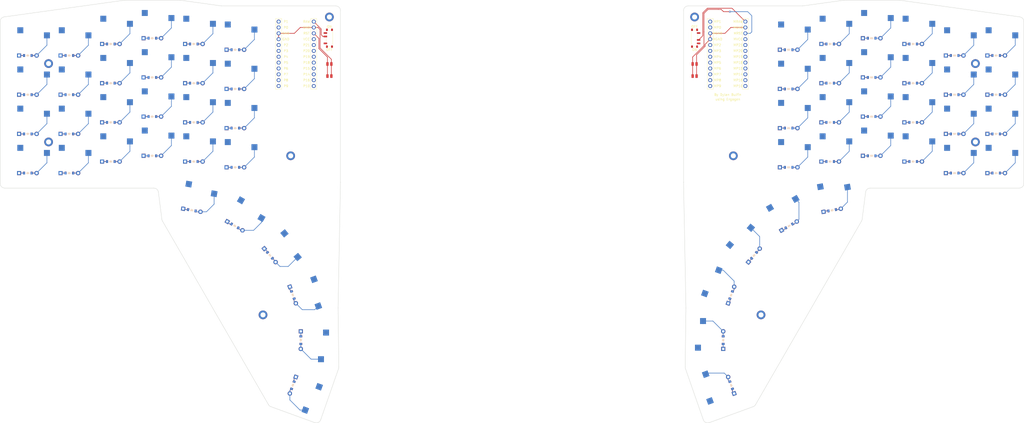
<source format=kicad_pcb>
(kicad_pcb (version 20241229) (generator "pcbnew") (generator_version "9.0")
  (title_block (title "main") (rev "v1.0.0") (company "Unknown"))
  (layers (0 "F.Cu" signal) (2 "B.Cu" signal) (13 "F.Paste" user) (15 "B.Paste" user) (5 "F.SilkS" user) (7 "B.SilkS" user) (1 "F.Mask" user) (3 "B.Mask" user) (25 "Edge.Cuts" user))
  (net 0 "")
  (net 1 "P2")
  (net 2 "outer_bottom")
  (net 3 "outer_home")
  (net 4 "outer_top")
  (net 5 "outer_num")
  (net 6 "P23")
  (net 7 "pinky_bottom")
  (net 8 "pinky_home")
  (net 9 "pinky_top")
  (net 10 "pinky_num")
  (net 11 "P4")
  (net 12 "ring_bottom")
  (net 13 "ring_home")
  (net 14 "ring_top")
  (net 15 "ring_num")
  (net 16 "P5")
  (net 17 "middle_bottom")
  (net 18 "middle_home")
  (net 19 "middle_top")
  (net 20 "middle_num")
  (net 21 "P6")
  (net 22 "index_bottom")
  (net 23 "index_home")
  (net 24 "index_top")
  (net 25 "index_num")
  (net 26 "P7")
  (net 27 "inner_bottom")
  (net 28 "inner_home")
  (net 29 "inner_top")
  (net 30 "inner_num")
  (net 31 "first_cluster")
  (net 32 "P3")
  (net 33 "second_cluster")
  (net 34 "third_cluster")
  (net 35 "fourth_cluster")
  (net 36 "fifth_cluster")
  (net 37 "sixth_cluster")
  (net 38 "MP21")
  (net 39 "mirror_outer_bottom")
  (net 40 "mirror_outer_home")
  (net 41 "mirror_outer_top")
  (net 42 "mirror_outer_num")
  (net 43 "MP20")
  (net 44 "mirror_pinky_bottom")
  (net 45 "mirror_pinky_home")
  (net 46 "mirror_pinky_top")
  (net 47 "mirror_pinky_num")
  (net 48 "MP19")
  (net 49 "mirror_ring_bottom")
  (net 50 "mirror_ring_home")
  (net 51 "mirror_ring_top")
  (net 52 "mirror_ring_num")
  (net 53 "MP18")
  (net 54 "mirror_middle_bottom")
  (net 55 "mirror_middle_home")
  (net 56 "mirror_middle_top")
  (net 57 "mirror_middle_num")
  (net 58 "MP15")
  (net 59 "mirror_index_bottom")
  (net 60 "mirror_index_home")
  (net 61 "mirror_index_top")
  (net 62 "mirror_index_num")
  (net 63 "MP14")
  (net 64 "mirror_inner_bottom")
  (net 65 "mirror_inner_home")
  (net 66 "mirror_inner_top")
  (net 67 "mirror_inner_num")
  (net 68 "mirror_first_cluster")
  (net 69 "mirror_second_cluster")
  (net 70 "mirror_third_cluster")
  (net 71 "mirror_fourth_cluster")
  (net 72 "mirror_fifth_cluster")
  (net 73 "mirror_sixth_cluster")
  (net 74 "P16")
  (net 75 "P10")
  (net 76 "P9")
  (net 77 "P8")
  (net 78 "P14")
  (net 79 "MP8")
  (net 80 "MP9")
  (net 81 "MP10")
  (net 82 "MP16")
  (net 83 "PP7")
  (net 84 "RAW")
  (net 85 "GND")
  (net 86 "RST")
  (net 87 "VCC")
  (net 88 "P21")
  (net 89 "P20")
  (net 90 "P19")
  (net 91 "P18")
  (net 92 "P15")
  (net 93 "P1")
  (net 94 "P0")
  (net 95 "MRAW")
  (net 96 "MGND")
  (net 97 "MRST")
  (net 98 "MVCC")
  (net 99 "MP1")
  (net 100 "MP0")
  (net 101 "MP2")
  (net 102 "MP3")
  (net 103 "MP4")
  (net 104 "MP5")
  (net 105 "MP6")
  (net 106 "MP7")
  (net 107 "BAT_P")
  (net 108 "MBAT_P")
  (footprint "ceoloide:mounting_hole_plated" (layer "F.Cu") (at 214 97.5)
    (property "Reference" "H7" (hide yes))
    (property "Value" "")
  )
  (footprint "PG1350" (layer "F.Cu") (at 502 100)
    (property "Reference" "S35" (hide yes))
    (property "Value" "" (hide yes))
  )
  (footprint "PG1350" (layer "F.Cu") (at 118 66)
    (property "Reference" "S7" (hide yes))
    (property "Value" "" (hide yes))
  )
  (footprint "ComboDiode" (layer "F.Cu") (at 448 83)
    (property "Reference" "D48" (hide yes))
    (property "Value" "" (hide yes))
  )
  (footprint "ComboDiode" (layer "F.Cu") (at 136 66)
    (property "Reference" "D11" (hide yes))
    (property "Value" "" (hide yes))
  )
  (footprint "ComboDiode" (layer "F.Cu") (at 520 54)
    (property "Reference" "D34" (hide yes))
    (property "Value" "" (hide yes))
  )
  (footprint "PG1350" (layer "F.Cu") (at 208.843921 137.471848 -50)
    (property "Reference" "S27" (hide yes))
    (property "Value" "" (hide yes))
  )
  (footprint "ComboDiode" (layer "F.Cu") (at 154 63.5)
    (property "Reference" "D15" (hide yes))
    (property "Value" "" (hide yes))
  )
  (footprint "ComboDiode" (layer "F.Cu") (at 430 68.5)
    (property "Reference" "D53" (hide yes))
    (property "Value" "" (hide yes))
  )
  (footprint "ceoloide:mounting_hole_plated" (layer "F.Cu") (at 109 57.5)
    (property "Reference" "H1" (hide yes))
    (property "Value" "")
  )
  (footprint "ceoloide:reset_switch_smd_side" (layer "F.Cu") (at 230.8 60.3 -90)
    (property "Reference" "RST1" (hide yes))
    (property "Value" "")
  )
  (footprint "ComboDiode" (layer "F.Cu") (at 466 63.5)
    (property "Reference" "D45" (hide yes))
    (property "Value" "" (hide yes))
  )
  (footprint "PG1350" (layer "F.Cu") (at 466 58.5)
    (property "Reference" "S45" (hide yes))
    (property "Value" "" (hide yes))
  )
  (footprint "PG1350" (layer "F.Cu") (at 466 41.5)
    (property "Reference" "S46" (hide yes))
    (property "Value" "" (hide yes))
  )
  (footprint "PG1350" (layer "F.Cu") (at 100 66)
    (property "Reference" "S3" (hide yes))
    (property "Value" "" (hide yes))
  )
  (footprint "PG1350" (layer "F.Cu") (at 172 44)
    (property "Reference" "S20" (hide yes))
    (property "Value" "" (hide yes))
  )
  (footprint "ComboDiode" (layer "F.Cu") (at 466 97.5)
    (property "Reference" "D43" (hide yes))
    (property "Value" "" (hide yes))
  )
  (footprint "ComboDiode" (layer "F.Cu") (at 171.131759 121.124039 -10)
    (property "Reference" "D25" (hide yes))
    (property "Value" "" (hide yes))
  )
  (footprint "PG1350" (layer "F.Cu") (at 484 78)
    (property "Reference" "S40" (hide yes))
    (property "Value" "" (hide yes))
  )
  (footprint "PG1350" (layer "F.Cu") (at 430 63.5)
    (property "Reference" "S53" (hide yes))
    (property "Value" "" (hide yes))
  )
  (footprint "ComboDiode" (layer "F.Cu") (at 430 102.5)
    (property "Reference" "D51" (hide yes))
    (property "Value" "" (hide yes))
  )
  (footprint "ComboDiode" (layer "F.Cu") (at 190 68.5)
    (property "Reference" "D23" (hide yes))
    (property "Value" "" (hide yes))
  )
  (footprint "ceoloide:mounting_hole_plated" (layer "F.Cu") (at 109 91.5)
    (property "Reference" "H3" (hide yes))
    (property "Value" "")
  )
  (footprint "ComboDiode" (layer "F.Cu") (at 405.054543 197.01159 110)
    (property "Reference" "D60" (hide yes))
    (property "Value" "" (hide yes))
  )
  (footprint "PG1350" (layer "F.Cu") (at 448 116.2 10)
    (property "Reference" "S55" (hide yes))
    (property "Value" "" (hide yes))
  )
  (footprint "PG1350" (layer "F.Cu") (at 190 63.5)
    (property "Reference" "S23" (hide yes))
    (property "Value" "" (hide yes))
  )
  (footprint "ceoloide:mounting_hole_plated" (layer "F.Cu") (at 511 91.5)
    (property "Reference" "H4" (hide yes))
    (property "Value" "")
  )
  (footprint "ceoloide:mcu_nice_nano" (layer "F.Cu") (at 216.4 52)
    (property "Reference" "MCU1" (hide yes))
    (property "Value" "")
  )
  (footprint "PG1350" (layer "F.Cu") (at 448 44)
    (property "Reference" "S50" (hide yes))
    (property "Value" "" (hide yes))
  )
  (footprint "PG1350" (layer "F.Cu") (at 448 95)
    (property "Reference" "S47" (hide yes))
    (property "Value" "" (hide yes))
  )
  (footprint "ComboDiode" (layer "F.Cu") (at 484 100)
    (property "Reference" "D39" (hide yes))
    (property "Value" "" (hide yes))
  )
  (footprint "PG1350" (layer "F.Cu") (at 400.35608 198.721691 110)
    (property "Reference" "S60" (hide yes))
    (property "Value" "" (hide yes))
  )
  (footprint "PG1350" (layer "F.Cu") (at 520 100)
    (property "Reference" "S31" (hide yes))
    (property "Value" "" (hide yes))
  )
  (footprint "PG1350" (layer "F.Cu") (at 396.605279 177.449844 90)
    (property "Reference" "S59" (hide yes))
    (property "Value" "" (hide yes))
  )
  (footprint "ComboDiode" (layer "F.Cu") (at 172 83)
    (property "Reference" "D18" (hide yes))
    (property "Value" "" (hide yes))
  )
  (footprint "PG1350" (layer "F.Cu") (at 430 46.5)
    (property "Reference" "S54" (hide yes))
    (property "Value" "" (hide yes))
  )
  (footprint "ComboDiode" (layer "F.Cu") (at 466 80.5)
    (property "Reference" "D44" (hide yes))
    (property "Value" "" (hide yes))
  )
  (footprint "PG1350" (layer "F.Cu") (at 190 80.5)
    (property "Reference" "S22" (hide yes))
    (property "Value" "" (hide yes))
  )
  (footprint "ComboDiode" (layer "F.Cu") (at 466 46.5)
    (property "Reference" "D46" (hide yes))
    (property "Value" "" (hide yes))
  )
  (footprint "PG1350" (layer "F.Cu") (at 502 83)
    (property "Reference" "S36" (hide yes))
    (property "Value" "" (hide yes))
  )
  (footprint "ceoloide:mounting_hole_plated" (layer "F.Cu") (at 418 166.5)
    (property "Reference" "H10" (hide yes))
    (property "Value" "")
  )
  (footprint "PG1350" (layer "F.Cu") (at 466 92.5)
    (property "Reference" "S43" (hide yes))
    (property "Value" "" (hide yes))
  )
  (footprint "ComboDiode" (layer "F.Cu") (at 484 83)
    (property "Reference" "D40" (hide yes))
    (property "Value" "" (hide yes))
  )
  (footprint "PG1350" (layer "F.Cu") (at 448 78)
    (property "Reference" "S48" (hide yes))
    (property "Value" "" (hide yes))
  )
  (footprint "ComboDiode" (layer "F.Cu") (at 154 46.5)
    (property "Reference" "D16" (hide yes))
    (property "Value" "" (hide yes))
  )
  (footprint "ComboDiode" (layer "F.Cu") (at 214.945457 197.01159 -110)
    (property "Reference" "D30" (hide yes))
    (property "Value" "" (hide yes))
  )
  (footprint "ComboDiode" (layer "F.Cu") (at 118 71)
    (property "Reference" "D7" (hide yes))
    (property "Value" "" (hide yes))
  )
  (footprint "ceoloide:power_switch_smd_side" (layer "F.Cu") (at 389.2 46.5 180)
    (property "Reference" "PWR2" (hide yes))
    (property "Value" "")
  )
  (footprint "ceoloide:reset_switch_smd_side" (layer "F.Cu") (at 389.2 60.3 -90)
    (property "Reference" "RST2" (hide yes))
    (property "Value" "")
  )
  (footprint "ComboDiode" (layer "F.Cu") (at 100 54)
    (property "Reference" "D4" (hide yes))
    (property "Value" "" (hide yes))
  )
  (footprint "PG1350" (layer "F.Cu") (at 136 78)
    (property "Reference" "S10" (hide yes))
    (property "Value" "" (hide yes))
  )
  (footprint "ComboDiode" (layer "F.Cu") (at 484 66)
    (property "Reference" "D41" (hide yes))
    (property "Value" "" (hide yes))
  )
  (footprint "PG1350" (layer "F.Cu") (at 172 95)
    (property "Reference" "S17" (hide yes))
    (property "Value" "" (hide yes))
  )
  (footprint "PG1350" (layer "F.Cu") (at 484 44)
    (property "Reference" "S42" (hide yes))
    (property "Value" "" (hide yes))
  )
  (footprint "PG1350" (layer "F.Cu") (at 192.297361 123.587635 -30)
    (property "Reference" "S26" (hide yes))
    (property "Value" "" (hide yes))
  )
  (footprint "PG1350" (layer "F.Cu") (at 520 49)
    (property "Reference" "S34" (hide yes))
    (property "Value" "" (hide yes))
  )
  (footprint "PG1350" (layer "F.Cu") (at 430 97.5)
    (property "Reference" "S51" (hide yes))
    (property "Value" "" (hide yes))
  )
  (footprint "ComboDiode" (layer "F.Cu") (at 118 54)
    (property "Reference" "D8" (hide yes))
    (property "Value" "" (hide yes))
  )
  (footprint "ComboDiode" (layer "F.Cu") (at 448 49)
    (property "Reference" "D50" (hide yes))
    (property "Value" "" (hide yes))
  )
  (footprint "PG1350" (layer "F.Cu") (at 427.702639 123.587635 30)
    (property "Reference" "S56" (hide yes))
    (property "Value" "" (hide yes))
  )
  (footprint "PG1350" (layer "F.Cu") (at 172 116.2 -10)
    (property "Reference" "S25" (hide yes))
    (property "Value" "" (hide yes))
  )
  (footprint "ComboDiode" (layer "F.Cu") (at 190 51.5)
    (property "Reference" "D24" (hide yes))
    (property "Value" "" (hide yes))
  )
  (footprint "PG1350" (layer "F.Cu") (at 154 92.5)
    (property "Reference" "S13" (hide yes))
    (property "Value" "" (hide yes))
  )
  (footprint "ceoloide:mounting_hole_plated" (layer "F.Cu") (at 406 97.5)
    (property "Reference" "H8" (hide yes))
    (property "Value" "")
  )
  (footprint "PG1350" (layer "F.Cu") (at 400.356079 156.177996 70)
    (property "Reference" "S58" (hide yes))
    (property "Value" "" (hide yes))
  )
  (footprint "PG1350" (layer "F.Cu") (at 502 66)
    (property "Reference" "S37" (hide yes))
    (property "Value" "" (hide yes))
  )
  (footprint "ceoloide:mounting_hole_plated" (layer "F.Cu") (at 230.8 37.3)
    (property "Reference" "H5" (hide yes))
    (property "Value" "")
  )
  (footprint "PG1350" (layer "F.Cu") (at 484 61)
    (property "Reference" "S41" (hide yes))
    (property "Value" "" (hide yes))
  )
  (footprint "ComboDiode" (layer "F.Cu") (at 414.986302 140.685786 50)
    (property "Reference" "D57" (hide yes))
    (property "Value" "" (hide yes))
  )
  (footprint "ComboDiode" (layer "F.Cu") (at 136 100)
    (property "Reference" "D9" (hide yes))
    (property "Value" "" (hide yes))
  )
  (footprint "PG1350" (layer "F.Cu") (at 223.394721 177.449844 -90)
    (property "Reference" "S29" (hide yes))
    (property "Value" "" (hide yes))
  )
  (footprint "ComboDiode" (layer "F.Cu") (at 484 49)
    (property "Reference" "D42" (hide yes))
    (property "Value" "" (hide yes))
  )
  (footprint "PG1350" (layer "F.Cu") (at 100 100)
    (property "Reference" "S1" (hide yes))
    (property "Value" "" (hide yes))
  )
  (footprint "PG1350" (layer "F.Cu") (at 154 41.5)
    (property "Reference" "S16" (hide yes))
    (property "Value" "" (hide yes))
  )
  (footprint "ComboDiode" (layer "F.Cu") (at 154 97.5)
    (property "Reference" "D13" (hide yes))
    (property "Value" "" (hide yes))
  )
  (footprint "ComboDiode" (layer "F.Cu") (at 136 49)
    (property "Reference" "D12" (hide yes))
    (property "Value" "" (hide yes))
  )
  (footprint "PG1350" (layer "F.Cu") (at 172 61)
    (property "Reference" "S19" (hide yes))
    (property "Value" "" (hide yes))
  )
  (footprint "PG1350" (layer "F.Cu") (at 136 61)
    (property "Reference" "S11" (hide yes))
    (property "Value" "" (hide yes))
  )
  (footprint "ComboDiode" (layer "F.Cu") (at 430.202639 127.917762 30)
    (property "Reference" "D56" (hide yes))
    (property "Value" "" (hide yes))
  )
  (footprint "PG1350" (layer "F.Cu") (at 219.64392 198.721691 -110)
    (property "Reference" "S30" (hide yes))
    (property "Value" "" (hide yes))
  )
  (footprint "ComboDiode" (layer "F.Cu") (at 136 83)
    (property "Reference" "D10" (hide yes))
    (property "Value" "" (hide yes))
  )
  (footprint "ComboDiode" (layer "F.Cu") (at 190 102.5)
    (property "Reference" "D21" (hide yes))
    (property "Value" "" (hide yes))
  )
  (footprint "PG1350" (layer "F.Cu") (at 154 75.5)
    (property "Reference" "S14" (hide yes))
    (property "Value" "" (hide yes))
  )
  (footprint "PG1350" (layer "F.Cu") (at 136 44)
    (property "Reference" "S12" (hide yes))
    (property "Value" "" (hide yes))
  )
  (footprint "PG1350" (layer "F.Cu") (at 502 49)
    (property "Reference" "S38" (hide yes))
    (property "Value" "" (hide yes))
  )
  (footprint "PG1350" (layer "F.Cu") (at 118 83)
    (property "Reference" "S6" (hide yes))
    (property "Value" "" (hide yes))
  )
  (footprint "ComboDiode" (layer "F.Cu") (at 405.054543 157.888097 70)
    (property "Reference" "D58" (hide yes))
    (property "Value" "" (hide yes))
  )
  (footprint "PG1350" (layer "F.Cu") (at 520 66)
    (property "Reference" "S33" (hide yes))
    (property "Value" "" (hide yes))
  )
  (footprint "ComboDiode" (layer "F.Cu") (at 100 71)
    (property "Reference" "D3" (hide yes))
    (property "Value" "" (hide yes))
  )
  (footprint "PG1350" (layer "F.Cu") (at 190 97.5)
    (property "Reference" "S21" (hide yes))
    (property "Value" "" (hide yes))
  )
  (footprint "ComboDiode" (layer "F.Cu") (at 448 66)
    (property "Reference" "D49" (hide yes))
    (property "Value" "" (hide yes))
  )
  (footprint "ComboDiode" (layer "F.Cu") (at 172 66)
    (property "Reference" "D19" (hide yes))
    (property "Value" "" (hide yes))
  )
  (footprint "ComboDiode" (layer "F.Cu") (at 118 88)
    (property "Reference" "D6" (hide yes))
    (property "Value" "" (hide yes))
  )
  (footprint "PG1350" (layer "F.Cu") (at 118 49)
    (property "Reference" "S8" (hide yes))
    (property "Value" "" (hide yes))
  )
  (footprint "PG1350" (layer "F.Cu") (at 118 100)
    (property "Reference" "S5" (hide yes))
    (property "Value" "" (hide yes))
  )
  (footprint "PG1350" (layer "F.Cu") (at 520 83)
    (property "Reference" "S32" (hide yes))
    (property "Value" "" (hide yes))
  )
  (footprint "ComboDiode" (layer "F.Cu") (at 520 105)
    (property "Reference" "D31" (hide yes))
    (property "Value" "" (hide yes))
  )
  (footprint "ComboDiode" (layer "F.Cu") (at 520 88)
    (property "Reference" "D32" (hide yes))
    (property "Value" "" (hide yes))
  )
  (footprint "ComboDiode" (layer "F.Cu") (at 100 105)
    (property "Reference" "D1" (hide yes))
    (property "Value" "" (hide yes))
  )
  (footprint "ComboDiode" (layer "F.Cu") (at 502 105)
    (property "Reference" "D35" (hide yes))
    (property "Value" "" (hide yes))
  )
  (footprint "ceoloide:mcu_nice_nano" (layer "F.Cu") (at 403.6 52)
    (property "Reference" "MCU2" (hide yes))
    (property "Value" "")
  )
  (footprint "PG1350" (layer "F.Cu") (at 484 95)
    (property "Reference" "S39" (hide yes))
    (property "Value" "" (hide yes))
  )
  (footprint "PG1350" (layer "F.Cu") (at 219.643921 156.177996 -70)
    (property "Reference" "S28" (hide yes))
    (property "Value" "" (hide yes))
  )
  (footprint "ComboDiode" (layer "F.Cu") (at 118 105)
    (property "Reference" "D5" (hide yes))
    (property "Value" "" (hide yes))
  )
  (footprint "ComboDiode" (layer "F.Cu") (at 448.868241 121.124039 10)
    (property "Reference" "D55" (hide yes))
    (property "Value" "" (hide yes))
  )
  (footprint "ComboDiode" (layer "F.Cu") (at 502 88)
    (property "Reference" "D36" (hide yes))
    (property "Value" "" (hide yes))
  )
  (footprint "ComboDiode" (layer "F.Cu") (at 502 71)
    (property "Reference" "D37" (hide yes))
    (property "Value" "" (hide yes))
  )
  (footprint "ComboDiode" (layer "F.Cu") (at 502 54)
    (property "Reference" "D38" (hide yes))
    (property "Value" "" (hide yes))
  )
  (footprint "ComboDiode" (layer "F.Cu") (at 214.945458 157.888097 -70)
    (property "Reference" "D28" (hide yes))
    (property "Value" "" (hide yes))
  )
  (footprint "ComboDiode" (layer "F.Cu") (at 205.013698 140.685786 -50)
    (property "Reference" "D27" (hide yes))
    (property "Value" "" (hide yes))
  )
  (footprint "PG1350" (layer "F.Cu") (at 154 58.5)
    (property "Reference" "S15" (hide yes))
    (property "Value" "" (hide yes))
  )
  (footprint "PG1350" (layer "F.Cu") (at 100 83)
    (property "Reference" "S2" (hide yes))
    (property "Value" "" (hide yes))
  )
  (footprint "ComboDiode" (layer "F.Cu") (at 430 85.5)
    (property "Reference" "D52" (hide yes))
    (property "Value" "" (hide yes))
  )
  (footprint "ceoloide:mounting_hole_plated" (layer "F.Cu") (at 511 57.5)
    (property "Reference" "H2" (hide yes))
    (property "Value" "")
  )
  (footprint "ceoloide:mounting_hole_plated" (layer "F.Cu") (at 389.2 37.3)
    (property "Reference" "H6" (hide yes))
    (property "Value" "")
  )
  (footprint "ComboDiode" (layer "F.Cu") (at 218.394721 177.449844 -90)
    (property "Reference" "D29" (hide yes))
    (property "Value" "" (hide yes))
  )
  (footprint "ComboDiode" (layer "F.Cu") (at 154 80.5)
    (property "Reference" "D14" (hide yes))
    (property "Value" "" (hide yes))
  )
  (footprint "PG1350" (layer "F.Cu") (at 172 78)
    (property "Reference" "S18" (hide yes))
    (property "Value" "" (hide yes))
  )
  (footprint "PG1350" (layer "F.Cu") (at 190 46.5)
    (property "Reference" "S24" (hide yes))
    (property "Value" "" (hide yes))
  )
  (footprint "PG1350" (layer "F.Cu") (at 466 75.5)
    (property "Reference" "S44" (hide yes))
    (property "Value" "" (hide yes))
  )
  (footprint "ComboDiode" (layer "F.Cu") (at 189.797361 127.917762 -30)
    (property "Reference" "D26" (hide yes))
    (property "Value" "" (hide yes))
  )
  (footprint "ComboDiode" (layer "F.Cu") (at 100 88)
    (property "Reference" "D2" (hide yes))
    (property "Value" "" (hide yes))
  )
  (footprint "PG1350" (layer "F.Cu") (at 430 80.5)
    (property "Reference" "S52" (hide yes))
    (property "Value" "" (hide yes))
  )
  (footprint "ComboDiode" (layer "F.Cu") (at 172 49)
    (property "Reference" "D20" (hide yes))
    (property "Value" "" (hide yes))
  )
  (footprint "PG1350" (layer "F.Cu") (at 448 61)
    (property "Reference" "S49" (hide yes))
    (property "Value" "" (hide yes))
  )
  (footprint "ceoloide:mounting_hole_plated" (layer "F.Cu") (at 202 166.5)
    (property "Reference" "H9" (hide yes))
    (property "Value" "")
  )
  (footprint "ComboDiode" (layer "F.Cu") (at 190 85.5)
    (property "Reference" "D22" (hide yes))
    (property "Value" "" (hide yes))
  )
  (footprint "ComboDiode" (layer "F.Cu") (at 401.605279 177.449844 90)
    (property "Reference" "D59" (hide yes))
    (property "Value" "" (hide yes))
  )
  (footprint "PG1350" (layer "F.Cu") (at 100 49)
    (property "Reference" "S4" (hide yes))
    (property "Value" "" (hide yes))
  )
  (footprint "PG1350" (layer "F.Cu") (at 136 95)
    (property "Reference" "S9" (hide yes))
    (property "Value" "" (hide yes))
  )
  (footprint "ComboDiode" (layer "F.Cu") (at 430 51.5)
    (property "Reference" "D54" (hide yes))
    (property "Value" "" (hide yes))
  )
  (footprint "ceoloide:power_switch_smd_side" (layer "F.Cu") (at 230.8 46.5)
    (property "Reference" "PWR1" (hide yes))
    (property "Value" "")
  )
  (footprint "ComboDiode" (layer "F.Cu") (at 172 100)
    (property "Reference" "D17" (hide yes))
    (property "Value" "" (hide yes))
  )
  (footprint "PG1350" (layer "F.Cu") (at 411.156079 137.471848 50)
    (property "Reference" "S57" (hide yes))
    (property "Value" "" (hide yes))
  )
  (footprint "ComboDiode" (layer "F.Cu") (at 520 71)
    (property "Reference" "D33" (hide yes))
    (property "Value" "" (hide yes))
  )
  (footprint "ComboDiode" (layer "F.Cu") (at 448 100)
    (property "Reference" "D47" (hide yes))
    (property "Value" "" (hide yes))
  )
  (gr_line (start 234.890096 189.09722) (end 234.555051 163.553363) (stroke (width 0.15)) (layer "Edge.Cuts"))
  (gr_line (start 89.724863 37.260436) (end 141.863088 30.019016) (stroke (width 0.15)) (layer "Edge.Cuts"))
  (gr_arc (start 205.417254 206.313741) (mid 204.815719 205.966445) (end 204.369243 205.434356) (stroke (width 0.15)) (layer "Edge.Cuts"))
  (gr_line (start 463.376413 113.245954) (end 461.865647 125.043265) (stroke (width 0.15)) (layer "Edge.Cuts"))
  (gr_line (start 384.4 108.980826) (end 384.4 34.5) (stroke (width 0.15)) (layer "Edge.Cuts"))
  (gr_arc (start 453.863088 30.019015) (mid 454.000328 30.004759) (end 454.138225 30) (stroke (width 0.15)) (layer "Edge.Cuts"))
  (gr_arc (start 184.138225 32.5) (mid 184.000328 32.49524) (end 183.863088 32.480985) (stroke (width 0.15)) (layer "Edge.Cuts"))
  (gr_line (start 165.861775 30) (end 142.138225 30) (stroke (width 0.15)) (layer "Edge.Cuts"))
  (gr_line (start 461.613898 125.789219) (end 415.630757 205.434356) (stroke (width 0.15)) (layer "Edge.Cuts"))
  (gr_arc (start 477.861775 30.000001) (mid 477.999672 30.004761) (end 478.136912 30.019016) (stroke (width 0.15)) (layer "Edge.Cuts"))
  (gr_line (start 478.136912 30.019016) (end 530.275137 37.260436) (stroke (width 0.15)) (layer "Edge.Cuts"))
  (gr_line (start 156.623587 113.245954) (end 158.134353 125.043265) (stroke (width 0.15)) (layer "Edge.Cuts"))
  (gr_arc (start 158.386102 125.789219) (mid 158.22316 125.428752) (end 158.134353 125.043265) (stroke (width 0.15)) (layer "Edge.Cuts"))
  (gr_line (start 454.138225 30) (end 477.861775 30) (stroke (width 0.15)) (layer "Edge.Cuts"))
  (gr_line (start 235.6 108.980826) (end 235.6 34.5) (stroke (width 0.15)) (layer "Edge.Cuts"))
  (gr_arc (start 165.861775 30.000001) (mid 165.999672 30.004761) (end 166.136912 30.019016) (stroke (width 0.15)) (layer "Edge.Cuts"))
  (gr_arc (start 415.630756 205.434356) (mid 415.184281 205.966445) (end 414.582746 206.313741) (stroke (width 0.15)) (layer "Edge.Cuts"))
  (gr_arc (start 532 109.5) (mid 531.414214 110.914214) (end 530 111.5) (stroke (width 0.15)) (layer "Edge.Cuts"))
  (gr_arc (start 233.6 32.5) (mid 235.014214 33.085786) (end 235.6 34.5) (stroke (width 0.15)) (layer "Edge.Cuts"))
  (gr_arc (start 234.890096 189.09722) (mid 234.864269 189.444885) (end 234.778463 189.782783) (stroke (width 0.15)) (layer "Edge.Cuts"))
  (gr_line (start 227.014181 212.01811) (end 234.778463 189.782783) (stroke (width 0.15)) (layer "Edge.Cuts"))
  (gr_line (start 386.4 32.5) (end 435.861775 32.5) (stroke (width 0.15)) (layer "Edge.Cuts"))
  (gr_arc (start 90 111.5) (mid 88.585786 110.914214) (end 88 109.5) (stroke (width 0.15)) (layer "Edge.Cuts"))
  (gr_line (start 183.863088 32.480984) (end 166.136912 30.019016) (stroke (width 0.15)) (layer "Edge.Cuts"))
  (gr_arc (start 154.639788 111.500001) (mid 155.961133 111.998653) (end 156.623587 113.245954) (stroke (width 0.15)) (layer "Edge.Cuts"))
  (gr_line (start 414.582746 206.313741) (end 395.558054 213.238163) (stroke (width 0.15)) (layer "Edge.Cuts"))
  (gr_arc (start 141.863088 30.019015) (mid 142.000328 30.004759) (end 142.138225 30) (stroke (width 0.15)) (layer "Edge.Cuts"))
  (gr_line (start 385.444754 163.488792) (end 384.400368 109.019167) (stroke (width 0.15)) (layer "Edge.Cuts"))
  (gr_arc (start 463.376412 113.245954) (mid 464.038866 111.998652) (end 465.360212 111.5) (stroke (width 0.15)) (layer "Edge.Cuts"))
  (gr_line (start 90 111.5) (end 154.639788 111.5) (stroke (width 0.15)) (layer "Edge.Cuts"))
  (gr_line (start 385.109904 189.09722) (end 385.444949 163.553363) (stroke (width 0.15)) (layer "Edge.Cuts"))
  (gr_line (start 530 111.5) (end 465.360212 111.5) (stroke (width 0.15)) (layer "Edge.Cuts"))
  (gr_arc (start 384.4 34.5) (mid 384.985786 33.085786) (end 386.4 32.5) (stroke (width 0.15)) (layer "Edge.Cuts"))
  (gr_line (start 88 39.24142) (end 88 109.5) (stroke (width 0.15)) (layer "Edge.Cuts"))
  (gr_arc (start 461.865647 125.043265) (mid 461.77684 125.428752) (end 461.613898 125.789219) (stroke (width 0.15)) (layer "Edge.Cuts"))
  (gr_arc (start 234.55505 163.553363) (mid 234.554887 163.521077) (end 234.555246 163.488792) (stroke (width 0.15)) (layer "Edge.Cuts"))
  (gr_arc (start 436.136912 32.480985) (mid 435.999672 32.495241) (end 435.861775 32.5) (stroke (width 0.15)) (layer "Edge.Cuts"))
  (gr_arc (start 88.000001 39.24142) (mid 88.491645 37.92808) (end 89.724863 37.260436) (stroke (width 0.15)) (layer "Edge.Cuts"))
  (gr_line (start 532 39.24142) (end 532 109.5) (stroke (width 0.15)) (layer "Edge.Cuts"))
  (gr_line (start 392.985819 212.01811) (end 385.221537 189.782783) (stroke (width 0.15)) (layer "Edge.Cuts"))
  (gr_arc (start 227.014181 212.01811) (mid 225.983091 213.165811) (end 224.441946 213.238163) (stroke (width 0.15)) (layer "Edge.Cuts"))
  (gr_arc (start 385.444753 163.488792) (mid 385.445111 163.521077) (end 385.444949 163.553363) (stroke (width 0.15)) (layer "Edge.Cuts"))
  (gr_line (start 205.417254 206.313741) (end 224.441946 213.238163) (stroke (width 0.15)) (layer "Edge.Cuts"))
  (gr_line (start 158.386102 125.789219) (end 204.369243 205.434356) (stroke (width 0.15)) (layer "Edge.Cuts"))
  (gr_arc (start 235.6 108.980827) (mid 235.599908 108.999998) (end 235.599632 109.019167) (stroke (width 0.15)) (layer "Edge.Cuts"))
  (gr_line (start 436.136912 32.480984) (end 453.863088 30.019016) (stroke (width 0.15)) (layer "Edge.Cuts"))
  (gr_line (start 233.6 32.5) (end 184.138225 32.5) (stroke (width 0.15)) (layer "Edge.Cuts"))
  (gr_arc (start 530.275137 37.260435) (mid 531.508356 37.928079) (end 532 39.24142) (stroke (width 0.15)) (layer "Edge.Cuts"))
  (gr_arc (start 384.400368 109.019166) (mid 384.400092 108.999997) (end 384.4 108.980826) (stroke (width 0.15)) (layer "Edge.Cuts"))
  (gr_line (start 234.555246 163.488792) (end 235.599632 109.019167) (stroke (width 0.15)) (layer "Edge.Cuts"))
  (gr_arc (start 395.558054 213.238163) (mid 394.016909 213.165811) (end 392.985819 212.01811) (stroke (width 0.15)) (layer "Edge.Cuts"))
  (gr_arc (start 385.221537 189.782783) (mid 385.135731 189.444885) (end 385.109904 189.09722) (stroke (width 0.15)) (layer "Edge.Cuts"))
  (gr_text "By Dylan Bulfin" (at 403.6 71 0) (layer "F.SilkS") (effects (font (size 1 1))))
  (gr_text "using Ergogen" (at 403.6 73 0) (layer "F.SilkS") (effects (font (size 1 1))))
  (segment (start 101.65 105) (end 103.81 105) (width 0.254) (layer "F.Cu") (net 2))
  (segment (start 108.275 100.535) (end 108.275 96.25) (width 0.254) (layer "B.Cu") (net 2))
  (segment (start 103.81 105) (end 108.275 100.535) (width 0.254) (layer "B.Cu") (net 2))
  (segment (start 101.65 105) (end 103.81 105) (width 0.254) (layer "B.Cu") (net 2))
  (segment (start 108.275 83.535) (end 108.275 79.25) (width 0.254) (layer "B.Cu") (net 3))
  (segment (start 101.65 88) (end 103.81 88) (width 0.254) (layer "B.Cu") (net 3))
  (segment (start 103.81 88) (end 108.275 83.535) (width 0.254) (layer "B.Cu") (net 3))
  (segment (start 101.65 71) (end 103.81 71) (width 0.254) (layer "F.Cu") (net 4))
  (segment (start 103.81 71) (end 108.275 66.535) (width 0.254) (layer "B.Cu") (net 4))
  (segment (start 108.275 66.535) (end 108.275 62.25) (width 0.254) (layer "B.Cu") (net 4))
  (segment (start 101.65 71) (end 103.81 71) (width 0.254) (layer "B.Cu") (net 4))
  (segment (start 101.65 54) (end 103.81 54) (width 0.254) (layer "F.Cu") (net 5))
  (segment (start 108.275 49.535) (end 108.275 45.25) (width 0.254) (layer "B.Cu") (net 5))
  (segment (start 103.81 54) (end 108.275 49.535) (width 0.254) (layer "B.Cu") (net 5))
  (segment (start 101.65 54) (end 103.81 54) (width 0.254) (layer "B.Cu") (net 5))
  (segment (start 119.65 105) (end 121.81 105) (width 0.254) (layer "F.Cu") (net 7))
  (segment (start 121.81 105) (end 126.275 100.535) (width 0.254) (layer "B.Cu") (net 7))
  (segment (start 119.65 105) (end 121.81 105) (width 0.254) (layer "B.Cu") (net 7))
  (segment (start 126.275 100.535) (end 126.275 96.25) (width 0.254) (layer "B.Cu") (net 7))
  (segment (start 119.65 88) (end 121.81 88) (width 0.254) (layer "F.Cu") (net 8))
  (segment (start 126.275 83.535) (end 126.275 79.25) (width 0.254) (layer "B.Cu") (net 8))
  (segment (start 119.65 88) (end 121.81 88) (width 0.254) (layer "B.Cu") (net 8))
  (segment (start 121.81 88) (end 126.275 83.535) (width 0.254) (layer "B.Cu") (net 8))
  (segment (start 126.275 66.535) (end 126.275 62.25) (width 0.254) (layer "B.Cu") (net 9))
  (segment (start 119.65 71) (end 121.81 71) (width 0.254) (layer "B.Cu") (net 9))
  (segment (start 121.81 71) (end 126.275 66.535) (width 0.254) (layer "B.Cu") (net 9))
  (segment (start 119.65 54) (end 121.81 54) (width 0.254) (layer "F.Cu") (net 10))
  (segment (start 121.81 54) (end 126.275 49.535) (width 0.254) (layer "B.Cu") (net 10))
  (segment (start 119.65 54) (end 121.81 54) (width 0.254) (layer "B.Cu") (net 10))
  (segment (start 126.275 49.535) (end 126.275 45.25) (width 0.254) (layer "B.Cu") (net 10))
  (segment (start 137.65 100) (end 139.81 100) (width 0.254) (layer "F.Cu") (net 12))
  (segment (start 139.81 100) (end 144.275 95.535) (width 0.254) (layer "B.Cu") (net 12))
  (segment (start 144.275 95.535) (end 144.275 91.25) (width 0.254) (layer "B.Cu") (net 12))
  (segment (start 137.65 100) (end 139.81 100) (width 0.254) (layer "B.Cu") (net 12))
  (segment (start 137.65 83) (end 139.81 83) (width 0.254) (layer "F.Cu") (net 13))
  (segment (start 144.275 78.535) (end 144.275 74.25) (width 0.254) (layer "B.Cu") (net 13))
  (segment (start 139.81 83) (end 144.275 78.535) (width 0.254) (layer "B.Cu") (net 13))
  (segment (start 137.65 83) (end 139.81 83) (width 0.254) (layer "B.Cu") (net 13))
  (segment (start 137.65 66) (end 139.81 66) (width 0.254) (layer "F.Cu") (net 14))
  (segment (start 139.81 66) (end 144.275 61.535) (width 0.254) (layer "B.Cu") (net 14))
  (segment (start 137.65 66) (end 139.81 66) (width 0.254) (layer "B.Cu") (net 14))
  (segment (start 144.275 61.535) (end 144.275 57.25) (width 0.254) (layer "B.Cu") (net 14))
  (segment (start 137.65 49) (end 139.81 49) (width 0.254) (layer "F.Cu") (net 15))
  (segment (start 139.81 49) (end 144.275 44.535) (width 0.254) (layer "B.Cu") (net 15))
  (segment (start 137.65 49) (end 139.81 49) (width 0.254) (layer "B.Cu") (net 15))
  (segment (start 144.275 44.535) (end 144.275 40.25) (width 0.254) (layer "B.Cu") (net 15))
  (segment (start 155.65 97.5) (end 157.81 97.5) (width 0.254) (layer "F.Cu") (net 17))
  (segment (start 162.275 93.035) (end 162.275 88.75) (width 0.254) (layer "B.Cu") (net 17))
  (segment (start 155.65 97.5) (end 157.81 97.5) (width 0.254) (layer "B.Cu") (net 17))
  (segment (start 157.81 97.5) (end 162.275 93.035) (width 0.254) (layer "B.Cu") (net 17))
  (segment (start 155.65 80.5) (end 157.81 80.5) (width 0.254) (layer "F.Cu") (net 18))
  (segment (start 157.81 80.5) (end 162.275 76.035) (width 0.254) (layer "B.Cu") (net 18))
  (segment (start 162.275 76.035) (end 162.275 71.75) (width 0.254) (layer "B.Cu") (net 18))
  (segment (start 155.65 80.5) (end 157.81 80.5) (width 0.254) (layer "B.Cu") (net 18))
  (segment (start 155.65 63.5) (end 157.81 63.5) (width 0.254) (layer "F.Cu") (net 19))
  (segment (start 162.275 59.035) (end 162.275 54.75) (width 0.254) (layer "B.Cu") (net 19))
  (segment (start 155.65 63.5) (end 157.81 63.5) (width 0.254) (layer "B.Cu") (net 19))
  (segment (start 157.81 63.5) (end 162.275 59.035) (width 0.254) (layer "B.Cu") (net 19))
  (segment (start 155.65 46.5) (end 157.81 46.5) (width 0.254) (layer "F.Cu") (net 20))
  (segment (start 157.81 46.5) (end 155.65 46.5) (width 0.254) (layer "B.Cu") (net 20))
  (segment (start 157.81 46.5) (end 162.275 42.035) (width 0.254) (layer "B.Cu") (net 20))
  (segment (start 162.275 42.035) (end 162.275 37.75) (width 0.254) (layer "B.Cu") (net 20))
  (segment (start 173.65 100) (end 175.81 100) (width 0.254) (layer "F.Cu") (net 22))
  (segment (start 180.275 95.535) (end 180.275 91.25) (width 0.254) (layer "B.Cu") (net 22))
  (segment (start 173.65 100) (end 175.81 100) (width 0.254) (layer "B.Cu") (net 22))
  (segment (start 175.81 100) (end 180.275 95.535) (width 0.254) (layer "B.Cu") (net 22))
  (segment (start 173.65 83) (end 175.81 83) (width 0.254) (layer "F.Cu") (net 23))
  (segment (start 175.81 83) (end 180.275 78.535) (width 0.254) (layer "B.Cu") (net 23))
  (segment (start 173.65 83) (end 175.81 83) (width 0.254) (layer "B.Cu") (net 23))
  (segment (start 180.275 78.535) (end 180.275 74.25) (width 0.254) (layer "B.Cu") (net 23))
  (segment (start 173.65 66) (end 175.81 66) (width 0.254) (layer "F.Cu") (net 24))
  (segment (start 173.65 66) (end 175.81 66) (width 0.254) (layer "B.Cu") (net 24))
  (segment (start 180.275 61.535) (end 180.275 57.25) (width 0.254) (layer "B.Cu") (net 24))
  (segment (start 175.81 66) (end 180.275 61.535) (width 0.254) (layer "B.Cu") (net 24))
  (segment (start 173.65 49) (end 175.81 49) (width 0.254) (layer "F.Cu") (net 25))
  (segment (start 180.275 44.535) (end 180.275 40.25) (width 0.254) (layer "B.Cu") (net 25))
  (segment (start 173.65 49) (end 175.81 49) (width 0.254) (layer "B.Cu") (net 25))
  (segment (start 175.81 49) (end 180.275 44.535) (width 0.254) (layer "B.Cu") (net 25))
  (segment (start 191.65 102.5) (end 193.81 102.5) (width 0.254) (layer "F.Cu") (net 27))
  (segment (start 191.65 102.5) (end 193.81 102.5) (width 0.254) (layer "B.Cu") (net 27))
  (segment (start 198.275 98.035) (end 198.275 93.75) (width 0.254) (layer "B.Cu") (net 27))
  (segment (start 193.81 102.5) (end 198.275 98.035) (width 0.254) (layer "B.Cu") (net 27))
  (segment (start 191.65 85.5) (end 193.81 85.5) (width 0.254) (layer "F.Cu") (net 28))
  (segment (start 198.275 81.035) (end 198.275 76.75) (width 0.254) (layer "B.Cu") (net 28))
  (segment (start 193.81 85.5) (end 198.275 81.035) (width 0.254) (layer "B.Cu") (net 28))
  (segment (start 191.65 85.5) (end 193.81 85.5) (width 0.254) (layer "B.Cu") (net 28))
  (segment (start 191.65 68.5) (end 193.81 68.5) (width 0.254) (layer "F.Cu") (net 29))
  (segment (start 193.81 68.5) (end 198.275 64.035) (width 0.254) (layer "B.Cu") (net 29))
  (segment (start 191.65 68.5) (end 193.81 68.5) (width 0.254) (layer "B.Cu") (net 29))
  (segment (start 198.275 64.035) (end 198.275 59.75) (width 0.254) (layer "B.Cu") (net 29))
  (segment (start 191.65 51.5) (end 193.81 51.5) (width 0.254) (layer "F.Cu") (net 30))
  (segment (start 198.275 47.035) (end 198.275 42.75) (width 0.254) (layer "B.Cu") (net 30))
  (segment (start 193.81 51.5) (end 198.275 47.035) (width 0.254) (layer "B.Cu") (net 30))
  (segment (start 191.65 51.5) (end 193.81 51.5) (width 0.254) (layer "B.Cu") (net 30))
  (segment (start 173.131773 121.785639) (end 172.756692 121.410558) (width 0.254) (layer "F.Cu") (net 31))
  (segment (start 174.883877 121.785639) (end 173.131773 121.785639) (width 0.254) (layer "F.Cu") (net 31))
  (segment (start 174.883877 121.785639) (end 173.131773 121.785639) (width 0.254) (layer "B.Cu") (net 31))
  (segment (start 173.131773 121.785639) (end 172.756692 121.410558) (width 0.254) (layer "B.Cu") (net 31))
  (segment (start 174.883877 121.785639) (end 177.464361 121.785639) (width 0.254) (layer "B.Cu") (net 31))
  (segment (start 177.464361 121.785639) (end 180.800465 118.449535) (width 0.254) (layer "B.Cu") (net 31))
  (segment (start 180.800465 118.449535) (end 180.800465 113.94391) (width 0.254) (layer "B.Cu") (net 31))
  (segment (start 193.096918 129.822762) (end 192.306303 129.822762) (width 0.254) (layer "F.Cu") (net 33))
  (segment (start 192.306303 129.822762) (end 191.226303 128.742762) (width 0.254) (layer "F.Cu") (net 33))
  (segment (start 193.096918 129.822762) (end 197.927238 129.822762) (width 0.254) (layer "B.Cu") (net 33))
  (segment (start 201.338721 126.411279) (end 201.338721 124.47754) (width 0.254) (layer "B.Cu") (net 33))
  (segment (start 192.306303 129.822762) (end 191.226303 128.742762) (width 0.254) (layer "B.Cu") (net 33))
  (segment (start 193.096918 129.822762) (end 192.306303 129.822762) (width 0.254) (layer "B.Cu") (net 33))
  (segment (start 197.927238 129.822762) (end 201.338721 126.411279) (width 0.254) (layer "B.Cu") (net 33))
  (segment (start 207.462719 143.33818) (end 206.074298 141.949759) (width 0.254) (layer "F.Cu") (net 34))
  (segment (start 207.462719 143.604415) (end 207.462719 143.33818) (width 0.254) (layer "F.Cu") (net 34))
  (segment (start 207.462719 143.604415) (end 209.358304 145.5) (width 0.254) (layer "B.Cu") (net 34))
  (segment (start 212.936067 145.5) (end 217.035655 141.400412) (width 0.254) (layer "B.Cu") (net 34))
  (segment (start 209.358304 145.5) (end 212.936067 145.5) (width 0.254) (layer "B.Cu") (net 34))
  (segment (start 207.462719 143.604415) (end 207.462719 143.33818) (width 0.254) (layer "B.Cu") (net 34))
  (segment (start 207.462719 143.33818) (end 206.074298 141.949759) (width 0.254) (layer "B.Cu") (net 34))
  (segment (start 215.509791 160.729562) (end 216.248555 161.468326) (width 0.254) (layer "F.Cu") (net 35))
  (segment (start 215.509791 159.43859) (end 215.509791 160.729562) (width 0.254) (layer "F.Cu") (net 35))
  (segment (start 224.419362 164.25) (end 225.997985 162.671377) (width 0.254) (layer "B.Cu") (net 35))
  (segment (start 215.509791 159.43859) (end 215.509791 160.729562) (width 0.254) (layer "B.Cu") (net 35))
  (segment (start 216.248555 161.468326) (end 219.030229 164.25) (width 0.254) (layer "B.Cu") (net 35))
  (segment (start 215.509791 160.729562) (end 216.248555 161.468326) (width 0.254) (layer "B.Cu") (net 35))
  (segment (start 219.030229 164.25) (end 224.419362 164.25) (width 0.254) (layer "B.Cu") (net 35))
  (segment (start 218.394721 179.099844) (end 218.394721 181.259844) (width 0.254) (layer "F.Cu") (net 36))
  (segment (start 218.394721 181.259844) (end 222.859721 185.724844) (width 0.254) (layer "B.Cu") (net 36))
  (segment (start 218.394721 181.259844) (end 218.394721 179.099844) (width 0.254) (layer "B.Cu") (net 36))
  (segment (start 222.859721 185.724844) (end 227.144721 185.724844) (width 0.254) (layer "B.Cu") (net 36))
  (segment (start 213.64236 199.300847) (end 214.381124 198.562083) (width 0.254) (layer "F.Cu") (net 37))
  (segment (start 213.64236 200.591819) (end 213.64236 199.300847) (width 0.254) (layer "F.Cu") (net 37))
  (segment (start 213.64236 199.300847) (end 214.381124 198.562083) (width 0.254) (layer "B.Cu") (net 37))
  (segment (start 213.64236 203.39236) (end 218.030223 207.780223) (width 0.254) (layer "B.Cu") (net 37))
  (segment (start 213.64236 200.591819) (end 213.64236 199.300847) (width 0.254) (layer "B.Cu") (net 37))
  (segment (start 213.64236 200.591819) (end 213.64236 203.39236) (width 0.254) (layer "B.Cu") (net 37))
  (segment (start 218.030223 207.780223) (end 220.337551 207.780223) (width 0.254) (layer "B.Cu") (net 37))
  (segment (start 521.65 105) (end 523.81 105) (width 0.254) (layer "F.Cu") (net 39))
  (segment (start 521.65 105) (end 523.81 105) (width 0.254) (layer "B.Cu") (net 39))
  (segment (start 528.275 100.535) (end 528.275 96.25) (width 0.254) (layer "B.Cu") (net 39))
  (segment (start 523.81 105) (end 528.275 100.535) (width 0.254) (layer "B.Cu") (net 39))
  (segment (start 521.65 88) (end 523.81 88) (width 0.254) (layer "F.Cu") (net 40))
  (segment (start 521.65 88) (end 523.81 88) (width 0.254) (layer "B.Cu") (net 40))
  (segment (start 528.275 83.535) (end 528.275 79.25) (width 0.254) (layer "B.Cu") (net 40))
  (segment (start 523.81 88) (end 528.275 83.535) (width 0.254) (layer "B.Cu") (net 40))
  (segment (start 521.65 71) (end 523.81 71) (width 0.254) (layer "F.Cu") (net 41))
  (segment (start 528.275 66.535) (end 528.275 62.25) (width 0.254) (layer "B.Cu") (net 41))
  (segment (start 521.65 71) (end 523.81 71) (width 0.254) (layer "B.Cu") (net 41))
  (segment (start 523.81 71) (end 528.275 66.535) (width 0.254) (layer "B.Cu") (net 41))
  (segment (start 521.65 54) (end 523.81 54) (width 0.254) (layer "F.Cu") (net 42))
  (segment (start 521.65 54) (end 523.81 54) (width 0.254) (layer "B.Cu") (net 42))
  (segment (start 528.275 49.535) (end 528.275 45.25) (width 0.254) (layer "B.Cu") (net 42))
  (segment (start 523.81 54) (end 528.275 49.535) (width 0.254) (layer "B.Cu") (net 42))
  (segment (start 503.65 105) (end 505.81 105) (width 0.254) (layer "F.Cu") (net 44))
  (segment (start 505.81 105) (end 510.275 100.535) (width 0.254) (layer "B.Cu") (net 44))
  (segment (start 510.275 100.535) (end 510.275 96.25) (width 0.254) (layer "B.Cu") (net 44))
  (segment (start 503.65 105) (end 505.81 105) (width 0.254) (layer "B.Cu") (net 44))
  (segment (start 503.65 88) (end 505.81 88) (width 0.254) (layer "F.Cu") (net 45))
  (segment (start 510.275 83.535) (end 510.275 79.25) (width 0.254) (layer "B.Cu") (net 45))
  (segment (start 505.81 88) (end 510.275 83.535) (width 0.254) (layer "B.Cu") (net 45))
  (segment (start 503.65 88) (end 505.81 88) (width 0.254) (layer "B.Cu") (net 45))
  (segment (start 503.65 71) (end 505.81 71) (width 0.254) (layer "F.Cu") (net 46))
  (segment (start 503.65 71) (end 505.81 71) (width 0.254) (layer "B.Cu") (net 46))
  (segment (start 505.81 71) (end 510.275 66.535) (width 0.254) (layer "B.Cu") (net 46))
  (segment (start 510.275 66.535) (end 510.275 62.25) (width 0.254) (layer "B.Cu") (net 46))
  (segment (start 503.65 54) (end 505.81 54) (width 0.254) (layer "F.Cu") (net 47))
  (segment (start 503.65 54) (end 505.81 54) (width 0.254) (layer "B.Cu") (net 47))
  (segment (start 510.275 49.535) (end 510.275 45.25) (width 0.254) (layer "B.Cu") (net 47))
  (segment (start 505.81 54) (end 510.275 49.535) (width 0.254) (layer "B.Cu") (net 47))
  (segment (start 485.65 100) (end 487.81 100) (width 0.254) (layer "F.Cu") (net 49))
  (segment (start 492.275 95.535) (end 492.275 91.25) (width 0.254) (layer "B.Cu") (net 49))
  (segment (start 485.65 100) (end 487.81 100) (width 0.254) (layer "B.Cu") (net 49))
  (segment (start 487.81 100) (end 492.275 95.535) (width 0.254) (layer "B.Cu") (net 49))
  (segment (start 485.65 83) (end 487.81 83) (width 0.254) (layer "F.Cu") (net 50))
  (segment (start 492.275 78.535) (end 492.275 74.25) (width 0.254) (layer "B.Cu") (net 50))
  (segment (start 487.81 83) (end 492.275 78.535) (width 0.254) (layer "B.Cu") (net 50))
  (segment (start 485.65 83) (end 487.81 83) (width 0.254) (layer "B.Cu") (net 50))
  (segment (start 485.65 66) (end 487.81 66) (width 0.254) (layer "F.Cu") (net 51))
  (segment (start 492.275 61.535) (end 492.275 57.25) (width 0.254) (layer "B.Cu") (net 51))
  (segment (start 487.81 66) (end 492.275 61.535) (width 0.254) (layer "B.Cu") (net 51))
  (segment (start 485.65 66) (end 487.81 66) (width 0.254) (layer "B.Cu") (net 51))
  (segment (start 485.65 49) (end 487.81 49) (width 0.254) (layer "F.Cu") (net 52))
  (segment (start 492.275 44.535) (end 492.275 40.25) (width 0.254) (layer "B.Cu") (net 52))
  (segment (start 487.81 49) (end 492.275 44.535) (width 0.254) (layer "B.Cu") (net 52))
  (segment (start 485.65 49) (end 487.81 49) (width 0.254) (layer "B.Cu") (net 52))
  (segment (start 467.65 97.5) (end 469.81 97.5) (width 0.254) (layer "F.Cu") (net 54))
  (segment (start 467.65 97.5) (end 469.81 97.5) (width 0.254) (layer "B.Cu") (net 54))
  (segment (start 469.81 97.5) (end 474.275 93.035) (width 0.254) (layer "B.Cu") (net 54))
  (segment (start 474.275 93.035) (end 474.275 88.75) (width 0.254) (layer "B.Cu") (net 54))
  (segment (start 467.65 80.5) (end 469.81 80.5) (width 0.254) (layer "F.Cu") (net 55))
  (segment (start 469.81 80.5) (end 474.275 76.035) (width 0.254) (layer "B.Cu") (net 55))
  (segment (start 467.65 80.5) (end 469.81 80.5) (width 0.254) (layer "B.Cu") (net 55))
  (segment (start 474.275 76.035) (end 474.275 71.75) (width 0.254) (layer "B.Cu") (net 55))
  (segment (start 467.65 63.5) (end 469.81 63.5) (width 0.254) (layer "F.Cu") (net 56))
  (segment (start 467.65 63.5) (end 469.81 63.5) (width 0.254) (layer "B.Cu") (net 56))
  (segment (start 469.81 63.5) (end 474.275 59.035) (width 0.254) (layer "B.Cu") (net 56))
  (segment (start 474.275 59.035) (end 474.275 54.75) (width 0.254) (layer "B.Cu") (net 56))
  (segment (start 467.65 46.5) (end 469.81 46.5) (width 0.254) (layer "F.Cu") (net 57))
  (segment (start 474.275 42.035) (end 474.275 37.75) (width 0.254) (layer "B.Cu") (net 57))
  (segment (start 467.65 46.5) (end 469.81 46.5) (width 0.254) (layer "B.Cu") (net 57))
  (segment (start 469.81 46.5) (end 474.275 42.035) (width 0.254) (layer "B.Cu") (net 57))
  (segment (start 449.65 100) (end 451.81 100) (width 0.254) (layer "F.Cu") (net 59))
  (segment (start 451.81 100) (end 456.275 95.535) (width 0.254) (layer "B.Cu") (net 59))
  (segment (start 456.275 95.535) (end 456.275 91.25) (width 0.254) (layer "B.Cu") (net 59))
  (segment (start 449.65 100) (end 451.81 100) (width 0.254) (layer "B.Cu") (net 59))
  (segment (start 449.65 83) (end 451.81 83) (width 0.254) (layer "F.Cu") (net 60))
  (segment (start 449.65 83) (end 451.81 83) (width 0.254) (layer "B.Cu") (net 60))
  (segment (start 451.81 83) (end 456.275 78.535) (width 0.254) (layer "B.Cu") (net 60))
  (segment (start 456.275 78.535) (end 456.275 74.25) (width 0.254) (layer "B.Cu") (net 60))
  (segment (start 449.65 66) (end 451.81 66) (width 0.254) (layer "F.Cu") (net 61))
  (segment (start 451.81 66) (end 456.275 61.535) (width 0.254) (layer "B.Cu") (net 61))
  (segment (start 456.275 61.535) (end 456.275 57.25) (width 0.254) (layer "B.Cu") (net 61))
  (segment (start 449.65 66) (end 451.81 66) (width 0.254) (layer "B.Cu") (net 61))
  (segment (start 449.65 49) (end 451.81 49) (width 0.254) (layer "F.Cu") (net 62))
  (segment (start 451.81 49) (end 456.275 44.535) (width 0.254) (layer "B.Cu") (net 62))
  (segment (start 449.65 49) (end 451.81 49) (width 0.254) (layer "B.Cu") (net 62))
  (segment (start 456.275 44.535) (end 456.275 40.25) (width 0.254) (layer "B.Cu") (net 62))
  (segment (start 431.65 102.5) (end 433.81 102.5) (width 0.254) (layer "F.Cu") (net 64))
  (segment (start 433.81 102.5) (end 438.275 98.035) (width 0.254) (layer "B.Cu") (net 64))
  (segment (start 431.65 102.5) (end 433.81 102.5) (width 0.254) (layer "B.Cu") (net 64))
  (segment (start 438.275 98.035) (end 438.275 93.75) (width 0.254) (layer "B.Cu") (net 64))
  (segment (start 431.65 85.5) (end 433.81 85.5) (width 0.254) (layer "F.Cu") (net 65))
  (segment (start 438.275 81.035) (end 438.275 76.75) (width 0.254) (layer "B.Cu") (net 65))
  (segment (start 433.81 85.5) (end 438.275 81.035) (width 0.254) (layer "B.Cu") (net 65))
  (segment (start 431.65 85.5) (end 433.81 85.5) (width 0.254) (layer "B.Cu") (net 65))
  (segment (start 431.65 68.5) (end 433.81 68.5) (width 0.254) (layer "F.Cu") (net 66))
  (segment (start 431.65 68.5) (end 433.81 68.5) (width 0.254) (layer "B.Cu") (net 66))
  (segment (start 433.81 68.5) (end 438.275 64.035) (width 0.254) (layer "B.Cu") (net 66))
  (segment (start 438.275 64.035) (end 438.275 59.75) (width 0.254) (layer "B.Cu") (net 66))
  (segment (start 431.65 51.5) (end 433.81 51.5) (width 0.254) (layer "F.Cu") (net 67))
  (segment (start 433.81 51.5) (end 438.275 47.035) (width 0.254) (layer "B.Cu") (net 67))
  (segment (start 431.65 51.5) (end 433.81 51.5) (width 0.254) (layer "B.Cu") (net 67))
  (segment (start 438.275 47.035) (end 438.275 42.75) (width 0.254) (layer "B.Cu") (net 67))
  (segment (start 452.245278 120.83752) (end 452.620359 120.462439) (width 0.254) (layer "F.Cu") (net 68))
  (segment (start 450.493174 120.83752) (end 452.245278 120.83752) (width 0.254) (layer "F.Cu") (net 68))
  (segment (start 455.498103 117.584695) (end 455.498103 111.070032) (width 0.254) (layer "B.Cu") (net 68))
  (segment (start 450.493174 120.83752) (end 452.245278 120.83752) (width 0.254) (layer "B.Cu") (net 68))
  (segment (start 452.620359 120.462439) (end 455.498103 117.584695) (width 0.254) (layer "B.Cu") (net 68))
  (segment (start 452.245278 120.83752) (end 452.620359 120.462439) (width 0.254) (layer "B.Cu") (net 68))
  (segment (start 431.631581 127.092762) (end 432.422196 127.092762) (width 0.254) (layer "F.Cu") (net 69))
  (segment (start 432.422196 127.092762) (end 433.502196 126.012762) (width 0.254) (layer "F.Cu") (net 69))
  (segment (start 433.502196 126.012762) (end 434.454696 125.060262) (width 0.254) (layer "B.Cu") (net 69))
  (segment (start 432.422196 127.092762) (end 433.502196 126.012762) (width 0.254) (layer "B.Cu") (net 69))
  (segment (start 431.631581 127.092762) (end 432.422196 127.092762) (width 0.254) (layer "B.Cu") (net 69))
  (segment (start 434.454696 117.663237) (end 432.993999 116.20254) (width 0.254) (layer "B.Cu") (net 69))
  (segment (start 434.454696 125.060262) (end 434.454696 117.663237) (width 0.254) (layer "B.Cu") (net 69))
  (segment (start 417.435323 138.033392) (end 416.046902 139.421813) (width 0.254) (layer "F.Cu") (net 70))
  (segment (start 417.435323 137.767157) (end 417.435323 138.033392) (width 0.254) (layer "F.Cu") (net 70))
  (segment (start 417.435323 132.55522) (end 413.60248 128.722377) (width 0.254) (layer "B.Cu") (net 70))
  (segment (start 417.435323 137.767157) (end 417.435323 138.033392) (width 0.254) (layer "B.Cu") (net 70))
  (segment (start 417.435323 138.033392) (end 416.046902 139.421813) (width 0.254) (layer "B.Cu") (net 70))
  (segment (start 417.435323 137.767157) (end 417.435323 132.55522) (width 0.254) (layer "B.Cu") (net 70))
  (segment (start 406.35764 155.59884) (end 405.618876 156.337604) (width 0.254) (layer "F.Cu") (net 71))
  (segment (start 406.35764 154.307868) (end 406.35764 155.59884) (width 0.254) (layer "F.Cu") (net 71))
  (segment (start 406.35764 154.307868) (end 406.35764 155.59884) (width 0.254) (layer "B.Cu") (net 71))
  (segment (start 406.35764 151.85764) (end 401.619464 147.119464) (width 0.254) (layer "B.Cu") (net 71))
  (segment (start 406.35764 155.59884) (end 405.618876 156.337604) (width 0.254) (layer "B.Cu") (net 71))
  (segment (start 406.35764 154.307868) (end 406.35764 151.85764) (width 0.254) (layer "B.Cu") (net 71))
  (segment (start 401.619464 147.119464) (end 399.662448 147.119464) (width 0.254) (layer "B.Cu") (net 71))
  (segment (start 401.605279 173.639844) (end 401.605279 175.799844) (width 0.254) (layer "F.Cu") (net 72))
  (segment (start 401.605279 173.639844) (end 397.140279 169.174844) (width 0.254) (layer "B.Cu") (net 72))
  (segment (start 397.140279 169.174844) (end 392.855279 169.174844) (width 0.254) (layer "B.Cu") (net 72))
  (segment (start 401.605279 173.639844) (end 401.605279 175.799844) (width 0.254) (layer "B.Cu") (net 72))
  (segment (start 403.751446 194.722333) (end 404.49021 195.461097) (width 0.254) (layer "F.Cu") (net 73))
  (segment (start 403.751446 193.431361) (end 403.751446 194.722333) (width 0.254) (layer "F.Cu") (net 73))
  (segment (start 403.751446 193.431361) (end 402.070085 191.75) (width 0.254) (layer "B.Cu") (net 73))
  (segment (start 402.070085 191.75) (end 394.480326 191.75) (width 0.254) (layer "B.Cu") (net 73))
  (segment (start 403.751446 194.722333) (end 404.49021 195.461097) (width 0.254) (layer "B.Cu") (net 73))
  (segment (start 394.480326 191.75) (end 394.002016 192.22831) (width 0.254) (layer "B.Cu") (net 73))
  (segment (start 403.751446 193.431361) (end 403.751446 194.722333) (width 0.254) (layer "B.Cu") (net 73))
  (segment (start 114.19 105) (end 116.35 105) (width 0.254) (layer "F.Cu") (net 74))
  (segment (start 186.19 102.5) (end 188.35 102.5) (width 0.254) (layer "F.Cu") (net 74))
  (segment (start 150.19 97.5) (end 152.35 97.5) (width 0.254) (layer "F.Cu") (net 74))
  (segment (start 168.19 100) (end 170.35 100) (width 0.254) (layer "F.Cu") (net 74))
  (segment (start 132.19 100) (end 134.35 100) (width 0.254) (layer "F.Cu") (net 74))
  (segment (start 96.19 105) (end 98.35 105) (width 0.254) (layer "F.Cu") (net 74))
  (segment (start 96.19 105) (end 98.35 105) (width 0.254) (layer "B.Cu") (net 74))
  (segment (start 168.19 100) (end 170.35 100) (width 0.254) (layer "B.Cu") (net 74))
  (segment (start 150.19 97.5) (end 152.35 97.5) (width 0.254) (layer "B.Cu") (net 74))
  (segment (start 186.19 102.5) (end 188.35 102.5) (width 0.254) (layer "B.Cu") (net 74))
  (segment (start 114.19 105) (end 116.35 105) (width 0.254) (layer "B.Cu") (net 74))
  (segment (start 132.19 100) (end 134.35 100) (width 0.254) (layer "B.Cu") (net 74))
  (segment (start 186.19 85.5) (end 188.35 85.5) (width 0.254) (layer "F.Cu") (net 75))
  (segment (start 150.19 80.5) (end 152.35 80.5) (width 0.254) (layer "F.Cu") (net 75))
  (segment (start 132.19 83) (end 134.35 83) (width 0.254) (layer "F.Cu") (net 75))
  (segment (start 114.19 88) (end 116.35 88) (width 0.254) (layer "F.Cu") (net 75))
  (segment (start 96.19 88) (end 98.35 88) (width 0.254) (layer "F.Cu") (net 75))
  (segment (start 168.19 83) (end 170.35 83) (width 0.254) (layer "F.Cu") (net 75))
  (segment (start 96.19 88) (end 98.35 88) (width 0.254) (layer "B.Cu") (net 75))
  (segment (start 168.19 83) (end 170.35 83) (width 0.254) (layer "B.Cu") (net 75))
  (segment (start 132.19 83) (end 134.35 83) (width 0.254) (layer "B.Cu") (net 75))
  (segment (start 186.19 85.5) (end 188.35 85.5) (width 0.254) (layer "B.Cu") (net 75))
  (segment (start 150.19 80.5) (end 152.35 80.5) (width 0.254) (layer "B.Cu") (net 75))
  (segment (start 114.19 88) (end 116.35 88) (width 0.254) (layer "B.Cu") (net 75))
  (segment (start 114.19 71) (end 116.35 71) (width 0.254) (layer "F.Cu") (net 76))
  (segment (start 168.19 66) (end 170.35 66) (width 0.254) (layer "F.Cu") (net 76))
  (segment (start 150.19 63.5) (end 152.35 63.5) (width 0.254) (layer "F.Cu") (net 76))
  (segment (start 132.19 66) (end 134.35 66) (width 0.254) (layer "F.Cu") (net 76))
  (segment (start 96.19 71) (end 98.35 71) (width 0.254) (layer "F.Cu") (net 76))
  (segment (start 186.19 68.5) (end 188.35 68.5) (width 0.254) (layer "F.Cu") (net 76))
  (segment (start 114.19 71) (end 116.35 71) (width 0.254) (layer "B.Cu") (net 76))
  (segment (start 132.19 66) (end 134.35 66) (width 0.254) (layer "B.Cu") (net 76))
  (segment (start 96.19 71) (end 98.35 71) (width 0.254) (layer "B.Cu") (net 76))
  (segment (start 186.19 68.5) (end 188.35 68.5) (width 0.254) (layer "B.Cu") (net 76))
  (segment (start 150.19 63.5) (end 152.35 63.5) (width 0.254) (layer "B.Cu") (net 76))
  (segment (start 168.19 66) (end 170.35 66) (width 0.254) (layer "B.Cu") (net 76))
  (segment (start 132.19 49) (end 134.35 49) (width 0.254) (layer "F.Cu") (net 77))
  (segment (start 168.19 49) (end 170.35 49) (width 0.254) (layer "F.Cu") (net 77))
  (segment (start 96.19 54) (end 98.35 54) (width 0.254) (layer "F.Cu") (net 77))
  (segment (start 186.19 51.5) (end 188.35 51.5) (width 0.254) (layer "F.Cu") (net 77))
  (segment (start 150.19 46.5) (end 152.35 46.5) (width 0.254) (layer "F.Cu") (net 77))
  (segment (start 114.19 54) (end 116.35 54) (width 0.254) (layer "F.Cu") (net 77))
  (segment (start 152.35 46.5) (end 150.19 46.5) (width 0.254) (layer "B.Cu") (net 77))
  (segment (start 132.19 49) (end 134.35 49) (width 0.254) (layer "B.Cu") (net 77))
  (segment (start 168.19 49) (end 170.35 49) (width 0.254) (layer "B.Cu") (net 77))
  (segment (start 96.19 54) (end 98.35 54) (width 0.254) (layer "B.Cu") (net 77))
  (segment (start 186.19 51.5) (end 188.35 51.5) (width 0.254) (layer "B.Cu") (net 77))
  (segment (start 114.19 54) (end 116.35 54) (width 0.254) (layer "B.Cu") (net 77))
  (segment (start 213.642361 154.307868) (end 213.642361 155.59884) (width 0.254) (layer "F.Cu") (net 78))
  (segment (start 169.506826 120.83752) (end 167.754722 120.83752) (width 0.254) (layer "F.Cu") (net 78))
  (segment (start 215.50979 194.170125) (end 216.248554 193.431361) (width 0.254) (layer "F.Cu") (net 78))
  (segment (start 218.394721 173.639844) (end 218.394721 175.799844) (width 0.254) (layer "F.Cu") (net 78))
  (segment (start 203.953098 139.421813) (end 203.953098 139.155578) (width 0.254) (layer "F.Cu") (net 78))
  (segment (start 213.642361 155.59884) (end 214.381125 156.337604) (width 0.254) (layer "F.Cu") (net 78))
  (segment (start 167.754722 120.83752) (end 167.379641 120.462439) (width 0.254) (layer "F.Cu") (net 78))
  (segment (start 203.953098 139.155578) (end 202.564677 137.767157) (width 0.254) (layer "F.Cu") (net 78))
  (segment (start 215.50979 195.461097) (end 215.50979 194.170125) (width 0.254) (layer "F.Cu") (net 78))
  (segment (start 188.368419 127.092762) (end 187.577804 127.092762) (width 0.254) (layer "F.Cu") (net 78))
  (segment (start 187.577804 127.092762) (end 186.497804 126.012762) (width 0.254) (layer "F.Cu") (net 78))
  (segment (start 215.50979 195.461097) (end 215.50979 194.170125) (width 0.254) (layer "B.Cu") (net 78))
  (segment (start 218.394721 175.799844) (end 218.394721 173.639844) (width 0.254) (layer "B.Cu") (net 78))
  (segment (start 203.953098 139.421813) (end 203.953098 139.155578) (width 0.254) (layer "B.Cu") (net 78))
  (segment (start 188.368419 127.092762) (end 187.577804 127.092762) (width 0.254) (layer "B.Cu") (net 78))
  (segment (start 167.754722 120.83752) (end 167.379641 120.462439) (width 0.254) (layer "B.Cu") (net 78))
  (segment (start 215.50979 194.170125) (end 216.248554 193.431361) (width 0.254) (layer "B.Cu") (net 78))
  (segment (start 213.642361 154.307868) (end 213.642361 155.59884) (width 0.254) (layer "B.Cu") (net 78))
  (segment (start 203.953098 139.155578) (end 202.564677 137.767157) (width 0.254) (layer "B.Cu") (net 78))
  (segment (start 213.642361 155.59884) (end 214.381125 156.337604) (width 0.254) (layer "B.Cu") (net 78))
  (segment (start 169.506826 120.83752) (end 167.754722 120.83752) (width 0.254) (layer "B.Cu") (net 78))
  (segment (start 187.577804 127.092762) (end 186.497804 126.012762) (width 0.254) (layer "B.Cu") (net 78))
  (segment (start 498.19 105) (end 500.35 105) (width 0.254) (layer "F.Cu") (net 79))
  (segment (start 480.19 100) (end 482.35 100) (width 0.254) (layer "F.Cu") (net 79))
  (segment (start 462.19 97.5) (end 464.35 97.5) (width 0.254) (layer "F.Cu") (net 79))
  (segment (start 426.19 102.5) (end 428.35 102.5) (width 0.254) (layer "F.Cu") (net 79))
  (segment (start 516.19 105) (end 518.35 105) (width 0.254) (layer "F.Cu") (net 79))
  (segment (start 444.19 100) (end 446.35 100) (width 0.254) (layer "F.Cu") (net 79))
  (segment (start 462.19 97.5) (end 464.35 97.5) (width 0.254) (layer "B.Cu") (net 79))
  (segment (start 498.19 105) (end 500.35 105) (width 0.254) (layer "B.Cu") (net 79))
  (segment (start 516.19 105) (end 518.35 105) (width 0.254) (layer "B.Cu") (net 79))
  (segment (start 426.19 102.5) (end 428.35 102.5) (width 0.254) (layer "B.Cu") (net 79))
  (segment (start 480.19 100) (end 482.35 100) (width 0.254) (layer "B.Cu") (net 79))
  (segment (start 444.19 100) (end 446.35 100) (width 0.254) (layer "B.Cu") (net 79))
  (segment (start 462.19 80.5) (end 464.35 80.5) (width 0.254) (layer "F.Cu") (net 80))
  (segment (start 498.19 88) (end 500.35 88) (width 0.254) (layer "F.Cu") (net 80))
  (segment (start 516.19 88) (end 518.35 88) (width 0.254) (layer "F.Cu") (net 80))
  (segment (start 426.19 85.5) (end 428.35 85.5) (width 0.254) (layer "F.Cu") (net 80))
  (segment (start 480.19 83) (end 482.35 83) (width 0.254) (layer "F.Cu") (net 80))
  (segment (start 444.19 83) (end 446.35 83) (width 0.254) (layer "F.Cu") (net 80))
  (segment (start 516.19 88) (end 518.35 88) (width 0.254) (layer "B.Cu") (net 80))
  (segment (start 426.19 85.5) (end 428.35 85.5) (width 0.254) (layer "B.Cu") (net 80))
  (segment (start 480.19 83) (end 482.35 83) (width 0.254) (layer "B.Cu") (net 80))
  (segment (start 462.19 80.5) (end 464.35 80.5) (width 0.254) (layer "B.Cu") (net 80))
  (segment (start 444.19 83) (end 446.35 83) (width 0.254) (layer "B.Cu") (net 80))
  (segment (start 498.19 88) (end 500.35 88) (width 0.254) (layer "B.Cu") (net 80))
  (segment (start 426.19 68.5) (end 428.35 68.5) (width 0.254) (layer "F.Cu") (net 81))
  (segment (start 516.19 71) (end 518.35 71) (width 0.254) (layer "F.Cu") (net 81))
  (segment (start 480.19 66) (end 482.35 66) (width 0.254) (layer "F.Cu") (net 81))
  (segment (start 462.19 63.5) (end 464.35 63.5) (width 0.254) (layer "F.Cu") (net 81))
  (segment (start 498.19 71) (end 500.35 71) (width 0.254) (layer "F.Cu") (net 81))
  (segment (start 444.19 66) (end 446.35 66) (width 0.254) (layer "F.Cu") (net 81))
  (segment (start 444.19 66) (end 446.35 66) (width 0.254) (layer "B.Cu") (net 81))
  (segment (start 498.19 71) (end 500.35 71) (width 0.254) (layer "B.Cu") (net 81))
  (segment (start 426.19 68.5) (end 428.35 68.5) (width 0.254) (layer "B.Cu") (net 81))
  (segment (start 516.19 71) (end 518.35 71) (width 0.254) (layer "B.Cu") (net 81))
  (segment (start 480.19 66) (end 482.35 66) (width 0.254) (layer "B.Cu") (net 81))
  (segment (start 462.19 63.5) (end 464.35 63.5) (width 0.254) (layer "B.Cu") (net 81))
  (segment (start 444.19 49) (end 446.35 49) (width 0.254) (layer "F.Cu") (net 82))
  (segment (start 426.19 51.5) (end 428.35 51.5) (width 0.254) (layer "F.Cu") (net 82))
  (segment (start 480.19 49) (end 482.35 49) (width 0.254) (layer "F.Cu") (net 82))
  (segment (start 498.19 54) (end 500.35 54) (width 0.254) (layer "F.Cu") (net 82))
  (segment (start 516.19 54) (end 518.35 54) (width 0.254) (layer "F.Cu") (net 82))
  (segment (start 426.19 51.5) (end 426.25 51.5) (width 0.254) (layer "F.Cu") (net 82))
  (segment (start 462.19 46.5) (end 464.35 46.5) (width 0.254) (layer "F.Cu") (net 82))
  (segment (start 426.5 51.75) (end 426.25 51.5) (width 0.254) (layer "F.Cu") (net 82))
  (segment (start 498.19 54) (end 500.35 54) (width 0.254) (layer "B.Cu") (net 82))
  (segment (start 480.19 49) (end 482.35 49) (width 0.254) (layer "B.Cu") (net 82))
  (segment (start 516.19 54) (end 518.35 54) (width 0.254) (layer "B.Cu") (net 82))
  (segment (start 426.19 51.5) (end 428.35 51.5) (width 0.254) (layer "B.Cu") (net 82))
  (segment (start 444.19 49) (end 446.35 49) (width 0.254) (layer "B.Cu") (net 82))
  (segment (start 462.19 46.5) (end 464.35 46.5) (width 0.254) (layer "B.Cu") (net 82))
  (segment (start 445.589442 121.410558) (end 447.243308 121.410558) (width 0.254) (layer "F.Cu") (net 83))
  (segment (start 413.925702 141.949759) (end 413.925702 142.215994) (width 0.254) (layer "F.Cu") (net 83))
  (segment (start 427.693697 129.822762) (end 428.773697 128.742762) (width 0.254) (layer "F.Cu") (net 83))
  (segment (start 405.618876 198.562083) (end 405.618876 199.853055) (width 0.254) (layer "F.Cu") (net 83))
  (segment (start 401.605279 179.099844) (end 401.605279 181.259844) (width 0.254) (layer "F.Cu") (net 83))
  (segment (start 413.925702 142.215994) (end 412.537281 143.604415) (width 0.254) (layer "F.Cu") (net 83))
  (segment (start 404.49021 160.729562) (end 403.751446 161.468326) (width 0.254) (layer "F.Cu") (net 83))
  (segment (start 445.214361 121.785639) (end 445.589442 121.410558) (width 0.254) (layer "F.Cu") (net 83))
  (segment (start 405.618876 199.853055) (end 406.35764 200.591819) (width 0.254) (layer "F.Cu") (net 83))
  (segment (start 404.49021 159.43859) (end 404.49021 160.729562) (width 0.254) (layer "F.Cu") (net 83))
  (segment (start 445.116123 121.785639) (end 445.214361 121.785639) (width 0.254) (layer "F.Cu") (net 83))
  (segment (start 426.903082 129.822762) (end 427.693697 129.822762) (width 0.254) (layer "F.Cu") (net 83))
  (segment (start 405.618876 198.562083) (end 405.618876 199.853055) (width 0.254) (layer "B.Cu") (net 83))
  (segment (start 404.49021 159.43859) (end 404.49021 160.729562) (width 0.254) (layer "B.Cu") (net 83))
  (segment (start 413.925702 142.215994) (end 412.537281 143.604415) (width 0.254) (layer "B.Cu") (net 83))
  (segment (start 401.605279 179.099844) (end 401.605279 181.259844) (width 0.254) (layer "B.Cu") (net 83))
  (segment (start 404.49021 160.729562) (end 403.751446 161.468326) (width 0.254) (layer "B.Cu") (net 83))
  (segment (start 413.925702 141.949759) (end 413.925702 142.215994) (width 0.254) (layer "B.Cu") (net 83))
  (segment (start 427.693697 129.822762) (end 428.773697 128.742762) (width 0.254) (layer "B.Cu") (net 83))
  (segment (start 426.903082 129.822762) (end 427.693697 129.822762) (width 0.254) (layer "B.Cu") (net 83))
  (segment (start 445.491204 121.410558) (end 445.116123 121.785639) (width 0.254) (layer "B.Cu") (net 83))
  (segment (start 447.243308 121.410558) (end 445.491204 121.410558) (width 0.254) (layer "B.Cu") (net 83))
  (segment (start 405.618876 199.853055) (end 406.35764 200.591819) (width 0.254) (layer "B.Cu") (net 83))
  (segment (start 228 45.75) (end 229.065 45.75) (width 0.254) (layer "F.Cu") (net 84))
  (segment (start 227.25 45) (end 228 45.75) (width 0.254) (layer "F.Cu") (net 84))
  (segment (start 224.02 39.3) (end 227.25 42.53) (width 0.254) (layer "F.Cu") (net 84))
  (segment (start 227.25 42.53) (end 227.25 45) (width 0.254) (layer "F.Cu") (net 84))
  (segment (start 226.741 42.741) (end 226.741 50.741) (width 0.254) (layer "F.Cu") (net 85))
  (segment (start 225.840166 41.840166) (end 226.741 42.741) (width 0.254) (layer "F.Cu") (net 85))
  (segment (start 226.741 50.741) (end 231.65 55.65) (width 0.254) (layer "F.Cu") (net 85))
  (segment (start 215.62 44.38) (end 218.16 41.84) (width 0.254) (layer "F.Cu") (net 85))
  (segment (start 224.02 41.84) (end 225.840166 41.84) (width 0.254) (layer "F.Cu") (net 85))
  (segment (start 208.78 44.38) (end 208.78 46.92) (width 0.254) (layer "F.Cu") (net 85))
  (segment (start 231.65 62.925) (end 231.65 57.675) (width 0.254) (layer "F.Cu") (net 85))
  (segment (start 208.78 44.38) (end 215.62 44.38) (width 0.254) (layer "F.Cu") (net 85))
  (segment (start 231.65 55.65) (end 231.65 57.675) (width 0.254) (layer "F.Cu") (net 85))
  (segment (start 218.16 41.84) (end 224.02 41.84) (width 0.254) (layer "F.Cu") (net 85))
  (segment (start 225.840166 41.84) (end 225.840166 41.840166) (width 0.254) (layer "F.Cu") (net 85))
  (segment (start 229.95 62.925) (end 230.075 62.925) (width 0.254) (layer "F.Cu") (net 86))
  (segment (start 226.232 50.982) (end 229.95 54.7) (width 0.254) (layer "F.Cu") (net 86))
  (segment (start 226.232 46.592) (end 226.232 50.982) (width 0.254) (layer "F.Cu") (net 86))
  (segment (start 229.95 54.7) (end 229.95 57.675) (width 0.254) (layer "F.Cu") (net 86))
  (segment (start 229.95 57.675) (end 229.95 62.925) (width 0.254) (layer "F.Cu") (net 86))
  (segment (start 230.075 62.925) (end 230.25 62.75) (width 0.254) (layer "F.Cu") (net 86))
  (segment (start 224.02 44.38) (end 226.232 46.592) (width 0.254) (layer "F.Cu") (net 86))
  (segment (start 411.22 39.3) (end 405.42 33.5) (width 0.254) (layer "F.Cu") (net 95))
  (segment (start 392.75 45.435) (end 390.935 47.25) (width 0.254) (layer "F.Cu") (net 95))
  (segment (start 392.75 35.5) (end 392.75 45.435) (width 0.254) (layer "F.Cu") (net 95))
  (segment (start 394.75 33.5) (end 392.75 35.5) (width 0.254) (layer "F.Cu") (net 95))
  (segment (start 405.42 33.5) (end 394.75 33.5) (width 0.254) (layer "F.Cu") (net 95))
  (segment (start 390.05 57.675) (end 390.05 62.925) (width 0.254) (layer "F.Cu") (net 96))
  (segment (start 393.768 49.951834) (end 390.05 53.669834) (width 0.254) (layer "F.Cu") (net 96))
  (segment (start 395.98 46.92) (end 393.768 49.132) (width 0.254) (layer "F.Cu") (net 96))
  (segment (start 395.98 44.38) (end 402.37 44.38) (width 0.254) (layer "F.Cu") (net 96))
  (segment (start 404.91 41.84) (end 411.22 41.84) (width 0.254) (layer "F.Cu") (net 96))
  (segment (start 402.37 44.38) (end 404.91 41.84) (width 0.254) (layer "F.Cu") (net 96))
  (segment (start 390.05 53.669834) (end 390.05 57.675) (width 0.254) (layer "F.Cu") (net 96))
  (segment (start 393.768 49.132) (end 393.768 49.951834) (width 0.254) (layer "F.Cu") (net 96))
  (segment (start 395.98 46.92) (end 395.98 44.38) (width 0.254) (layer "F.Cu") (net 96))
  (segment (start 401.75 35) (end 404.5 35) (width 0.254) (layer "F.Cu") (net 97))
  (segment (start 388.35 54.65) (end 393 50) (width 0.254) (layer "F.Cu") (net 97))
  (segment (start 388.35 62.925) (end 388.35 57.675) (width 0.254) (layer "F.Cu") (net 97))
  (segment (start 393 50) (end 393.259 49.741) (width 0.254) (layer "F.Cu") (net 97))
  (segment (start 393.259 43.75) (end 393.259 35.710834) (width 0.254) (layer "F.Cu") (net 97))
  (segment (start 394.609917 34.359917) (end 394.960834 34.009) (width 0.254) (layer "F.Cu") (net 97))
  (segment (start 399.5 34.009) (end 400.759 34.009) (width 0.254) (layer "F.Cu") (net 97))
  (segment (start 393.259 49.741) (end 393.259 43.75) (width 0.254) (layer "F.Cu") (net 97))
  (segment (start 400.759 34.009) (end 401.75 35) (width 0.254) (layer "F.Cu") (net 97))
  (segment (start 394.960834 34.009) (end 399.5 34.009) (width 0.254) (layer "F.Cu") (net 97))
  (segment (start 388.35 57.675) (end 388.35 54.65) (width 0.254) (layer "F.Cu") (net 97))
  (segment (start 393.259 35.710834) (end 394.609917 34.359917) (width 0.254) (layer "F.Cu") (net 97))
  (via (at 404.5 35) (size 0.8) (drill 0.4) (layers "F.Cu" "B.Cu") (net 97))
  (segment (start 413.37 44.38) (end 411.22 44.38) (width 0.254) (layer "B.Cu") (net 97))
  (segment (start 412.25 35) (end 414 36.75) (width 0.254) (layer "B.Cu") (net 97))
  (segment (start 404.5 35) (end 412.25 35) (width 0.254) (layer "B.Cu") (net 97))
  (segment (start 414 43.75) (end 413.37 44.38) (width 0.254) (layer "B.Cu") (net 97))
  (segment (start 414 36.75) (end 414 43.75) (width 0.254) (layer "B.Cu") (net 97))
)
</source>
